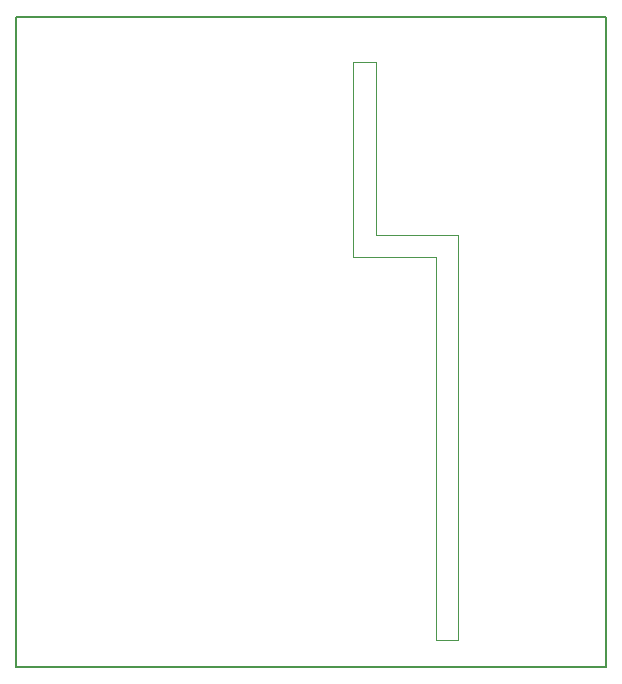
<source format=gbr>
%TF.GenerationSoftware,KiCad,Pcbnew,(5.1.9)-1*%
%TF.CreationDate,2021-08-20T11:33:55-03:00*%
%TF.ProjectId,SmartLightMk1,536d6172-744c-4696-9768-744d6b312e6b,rev?*%
%TF.SameCoordinates,Original*%
%TF.FileFunction,Profile,NP*%
%FSLAX46Y46*%
G04 Gerber Fmt 4.6, Leading zero omitted, Abs format (unit mm)*
G04 Created by KiCad (PCBNEW (5.1.9)-1) date 2021-08-20 11:33:55*
%MOMM*%
%LPD*%
G01*
G04 APERTURE LIST*
%TA.AperFunction,Profile*%
%ADD10C,0.050000*%
%TD*%
%TA.AperFunction,Profile*%
%ADD11C,0.150000*%
%TD*%
G04 APERTURE END LIST*
D10*
X146050000Y-72136000D02*
X147955000Y-72136000D01*
X146050000Y-88646000D02*
X146050000Y-72136000D01*
X153035000Y-88646000D02*
X146050000Y-88646000D01*
X153035000Y-89281000D02*
X153035000Y-88646000D01*
X153035000Y-121031000D02*
X153035000Y-89281000D01*
X154940000Y-121031000D02*
X153035000Y-121031000D01*
X154940000Y-86741000D02*
X154940000Y-121031000D01*
X147955000Y-86741000D02*
X154940000Y-86741000D01*
X147955000Y-85471000D02*
X147955000Y-86741000D01*
X147955000Y-72136000D02*
X147955000Y-85471000D01*
D11*
X117475000Y-68326000D02*
X167475000Y-68326000D01*
X117475000Y-123326000D02*
X117475000Y-68326000D01*
X167475000Y-123326000D02*
X117475000Y-123326000D01*
X167475000Y-68326000D02*
X167475000Y-123326000D01*
M02*

</source>
